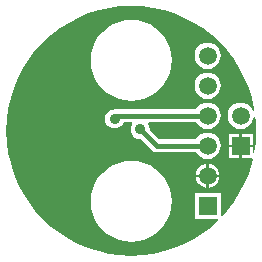
<source format=gbl>
G04*
G04 #@! TF.GenerationSoftware,Altium Limited,Altium Designer,19.1.5 (86)*
G04*
G04 Layer_Physical_Order=2*
G04 Layer_Color=16711680*
%FSLAX25Y25*%
%MOIN*%
G70*
G01*
G75*
%ADD24C,0.01500*%
%ADD25C,0.05906*%
%ADD26R,0.05906X0.05906*%
%ADD27C,0.03543*%
G36*
X3630Y41488D02*
X7232Y41014D01*
X10779Y40228D01*
X14244Y39135D01*
X17601Y37745D01*
X20823Y36067D01*
X23888Y34115D01*
X26770Y31903D01*
X29449Y29449D01*
X31903Y26770D01*
X34115Y23888D01*
X36067Y20823D01*
X37745Y17601D01*
X39135Y14244D01*
X40228Y10779D01*
X41014Y7232D01*
X41101Y6574D01*
X40613Y6443D01*
X40302Y7195D01*
X39604Y8104D01*
X38695Y8802D01*
X37636Y9241D01*
X36500Y9390D01*
X35364Y9241D01*
X34305Y8802D01*
X33396Y8104D01*
X32698Y7195D01*
X32259Y6136D01*
X32110Y5000D01*
X32259Y3864D01*
X32698Y2805D01*
X33396Y1896D01*
X34305Y1198D01*
X35364Y759D01*
X36500Y610D01*
X37636Y759D01*
X38695Y1198D01*
X39604Y1896D01*
X40302Y2805D01*
X40741Y3864D01*
X40847Y4671D01*
X41351D01*
X41488Y3630D01*
X41647Y0D01*
X41488Y-3630D01*
X41014Y-7232D01*
X40953Y-7508D01*
X40453Y-7453D01*
Y-5400D01*
X36900D01*
Y-8953D01*
X40120D01*
X40529Y-9421D01*
X40228Y-10779D01*
X39135Y-14244D01*
X37745Y-17601D01*
X36067Y-20823D01*
X34115Y-23888D01*
X31903Y-26770D01*
X30319Y-28499D01*
X29853Y-28318D01*
Y-20647D01*
X21147D01*
Y-29353D01*
X28813D01*
X29008Y-29853D01*
X26770Y-31903D01*
X23888Y-34115D01*
X20823Y-36067D01*
X17601Y-37745D01*
X14244Y-39135D01*
X10779Y-40228D01*
X7232Y-41014D01*
X3630Y-41488D01*
X0Y-41647D01*
X-3630Y-41488D01*
X-7232Y-41014D01*
X-10779Y-40228D01*
X-14244Y-39135D01*
X-17601Y-37745D01*
X-20823Y-36067D01*
X-23888Y-34115D01*
X-26770Y-31903D01*
X-29449Y-29449D01*
X-31903Y-26770D01*
X-34115Y-23888D01*
X-36067Y-20823D01*
X-37745Y-17601D01*
X-39135Y-14244D01*
X-40228Y-10779D01*
X-41014Y-7232D01*
X-41488Y-3630D01*
X-41647Y0D01*
X-41488Y3630D01*
X-41014Y7232D01*
X-40228Y10779D01*
X-39135Y14244D01*
X-37745Y17601D01*
X-36067Y20823D01*
X-34115Y23888D01*
X-31903Y26770D01*
X-29449Y29449D01*
X-26770Y31903D01*
X-23888Y34115D01*
X-20823Y36067D01*
X-17601Y37745D01*
X-14244Y39135D01*
X-10779Y40228D01*
X-7232Y41014D01*
X-3630Y41488D01*
X0Y41647D01*
X3630Y41488D01*
D02*
G37*
%LPC*%
G36*
X25500Y29390D02*
X24364Y29241D01*
X23305Y28802D01*
X22396Y28104D01*
X21698Y27195D01*
X21259Y26136D01*
X21110Y25000D01*
X21259Y23864D01*
X21698Y22805D01*
X22396Y21896D01*
X23305Y21198D01*
X24364Y20759D01*
X25500Y20610D01*
X26636Y20759D01*
X27695Y21198D01*
X28604Y21896D01*
X29302Y22805D01*
X29741Y23864D01*
X29890Y25000D01*
X29741Y26136D01*
X29302Y27195D01*
X28604Y28104D01*
X27695Y28802D01*
X26636Y29241D01*
X25500Y29390D01*
D02*
G37*
G36*
Y19390D02*
X24364Y19241D01*
X23305Y18802D01*
X22396Y18104D01*
X21698Y17195D01*
X21259Y16136D01*
X21110Y15000D01*
X21259Y13864D01*
X21698Y12805D01*
X22396Y11896D01*
X23305Y11198D01*
X24364Y10759D01*
X25500Y10610D01*
X26636Y10759D01*
X27695Y11198D01*
X28604Y11896D01*
X29302Y12805D01*
X29741Y13864D01*
X29890Y15000D01*
X29741Y16136D01*
X29302Y17195D01*
X28604Y18104D01*
X27695Y18802D01*
X26636Y19241D01*
X25500Y19390D01*
D02*
G37*
G36*
X0Y37003D02*
X-2112Y36836D01*
X-4172Y36342D01*
X-6130Y35531D01*
X-7937Y34424D01*
X-9548Y33048D01*
X-10924Y31437D01*
X-12031Y29630D01*
X-12842Y27673D01*
X-13336Y25612D01*
X-13503Y23500D01*
X-13336Y21388D01*
X-12842Y19327D01*
X-12031Y17370D01*
X-10924Y15563D01*
X-9548Y13952D01*
X-7937Y12576D01*
X-6130Y11469D01*
X-4172Y10658D01*
X-2112Y10164D01*
X0Y9997D01*
X2112Y10164D01*
X4172Y10658D01*
X6130Y11469D01*
X7937Y12576D01*
X9548Y13952D01*
X10924Y15563D01*
X12031Y17370D01*
X12842Y19327D01*
X13336Y21388D01*
X13503Y23500D01*
X13336Y25612D01*
X12842Y27673D01*
X12031Y29630D01*
X10924Y31437D01*
X9548Y33048D01*
X7937Y34424D01*
X6130Y35531D01*
X4172Y36342D01*
X2112Y36836D01*
X0Y37003D01*
D02*
G37*
G36*
X25500Y9390D02*
X24364Y9241D01*
X23305Y8802D01*
X22396Y8104D01*
X21698Y7195D01*
X21697Y7192D01*
X-4500D01*
X-4877Y7117D01*
X-5500Y7199D01*
X-6328Y7090D01*
X-7100Y6770D01*
X-7762Y6262D01*
X-8270Y5599D01*
X-8590Y4828D01*
X-8699Y4000D01*
X-8590Y3172D01*
X-8270Y2400D01*
X-7762Y1738D01*
X-7100Y1230D01*
X-6328Y910D01*
X-5500Y801D01*
X-4672Y910D01*
X-3901Y1230D01*
X-3238Y1738D01*
X-2730Y2400D01*
X-2561Y2808D01*
X143D01*
X389Y2308D01*
X230Y2100D01*
X-90Y1328D01*
X-199Y500D01*
X-90Y-328D01*
X230Y-1099D01*
X738Y-1762D01*
X1400Y-2270D01*
X2172Y-2590D01*
X3000Y-2699D01*
X3087Y-2688D01*
X6950Y-6550D01*
X7661Y-7025D01*
X8500Y-7192D01*
X21697D01*
X21698Y-7195D01*
X22396Y-8104D01*
X23305Y-8802D01*
X24364Y-9241D01*
X25500Y-9390D01*
X26636Y-9241D01*
X27695Y-8802D01*
X28604Y-8104D01*
X29302Y-7195D01*
X29741Y-6136D01*
X29890Y-5000D01*
X29741Y-3864D01*
X29302Y-2805D01*
X28604Y-1896D01*
X27695Y-1198D01*
X26636Y-759D01*
X25500Y-610D01*
X24364Y-759D01*
X23305Y-1198D01*
X22396Y-1896D01*
X21698Y-2805D01*
X21697Y-2808D01*
X9408D01*
X6188Y413D01*
X6199Y500D01*
X6090Y1328D01*
X5770Y2100D01*
X5610Y2308D01*
X5857Y2808D01*
X21697D01*
X21698Y2805D01*
X22396Y1896D01*
X23305Y1198D01*
X24364Y759D01*
X25500Y610D01*
X26636Y759D01*
X27695Y1198D01*
X28604Y1896D01*
X29302Y2805D01*
X29741Y3864D01*
X29890Y5000D01*
X29741Y6136D01*
X29302Y7195D01*
X28604Y8104D01*
X27695Y8802D01*
X26636Y9241D01*
X25500Y9390D01*
D02*
G37*
G36*
X40453Y-1047D02*
X36900D01*
Y-4600D01*
X40453D01*
Y-1047D01*
D02*
G37*
G36*
X36100D02*
X32547D01*
Y-4600D01*
X36100D01*
Y-1047D01*
D02*
G37*
G36*
Y-5400D02*
X32547D01*
Y-8953D01*
X36100D01*
Y-5400D01*
D02*
G37*
G36*
X25900Y-11066D02*
Y-14600D01*
X29434D01*
X29351Y-13968D01*
X28953Y-13007D01*
X28319Y-12181D01*
X27493Y-11547D01*
X26532Y-11149D01*
X25900Y-11066D01*
D02*
G37*
G36*
X25100D02*
X24468Y-11149D01*
X23507Y-11547D01*
X22681Y-12181D01*
X22047Y-13007D01*
X21649Y-13968D01*
X21566Y-14600D01*
X25100D01*
Y-11066D01*
D02*
G37*
G36*
X29434Y-15400D02*
X25900D01*
Y-18934D01*
X26532Y-18851D01*
X27493Y-18453D01*
X28319Y-17819D01*
X28953Y-16993D01*
X29351Y-16032D01*
X29434Y-15400D01*
D02*
G37*
G36*
X25100D02*
X21566D01*
X21649Y-16032D01*
X22047Y-16993D01*
X22681Y-17819D01*
X23507Y-18453D01*
X24468Y-18851D01*
X25100Y-18934D01*
Y-15400D01*
D02*
G37*
G36*
X0Y-9997D02*
X-2112Y-10164D01*
X-4172Y-10658D01*
X-6130Y-11469D01*
X-7937Y-12576D01*
X-9548Y-13952D01*
X-10924Y-15563D01*
X-12031Y-17370D01*
X-12842Y-19327D01*
X-13336Y-21388D01*
X-13503Y-23500D01*
X-13336Y-25612D01*
X-12842Y-27673D01*
X-12031Y-29630D01*
X-10924Y-31437D01*
X-9548Y-33048D01*
X-7937Y-34424D01*
X-6130Y-35531D01*
X-4172Y-36342D01*
X-2112Y-36836D01*
X0Y-37003D01*
X2112Y-36836D01*
X4172Y-36342D01*
X6130Y-35531D01*
X7937Y-34424D01*
X9548Y-33048D01*
X10924Y-31437D01*
X12031Y-29630D01*
X12842Y-27673D01*
X13336Y-25612D01*
X13503Y-23500D01*
X13336Y-21388D01*
X12842Y-19327D01*
X12031Y-17370D01*
X10924Y-15563D01*
X9548Y-13952D01*
X7937Y-12576D01*
X6130Y-11469D01*
X4172Y-10658D01*
X2112Y-10164D01*
X0Y-9997D01*
D02*
G37*
%LPD*%
D24*
X-4500Y5000D02*
X25500D01*
X-5500Y4000D02*
X-4500Y5000D01*
X8500Y-5000D02*
X25500D01*
X3000Y500D02*
X8500Y-5000D01*
D25*
X36500Y5000D02*
D03*
X25500Y-15000D02*
D03*
Y-5000D02*
D03*
Y5000D02*
D03*
Y15000D02*
D03*
Y25000D02*
D03*
D26*
X36500Y-5000D02*
D03*
X25500Y-25000D02*
D03*
D27*
X-5500Y4000D02*
D03*
X3000Y500D02*
D03*
X-16500Y16000D02*
D03*
X17500Y-13500D02*
D03*
X17000Y17500D02*
D03*
X-24000Y-8000D02*
D03*
X-18500Y-18500D02*
D03*
X-3000Y-4500D02*
D03*
M02*

</source>
